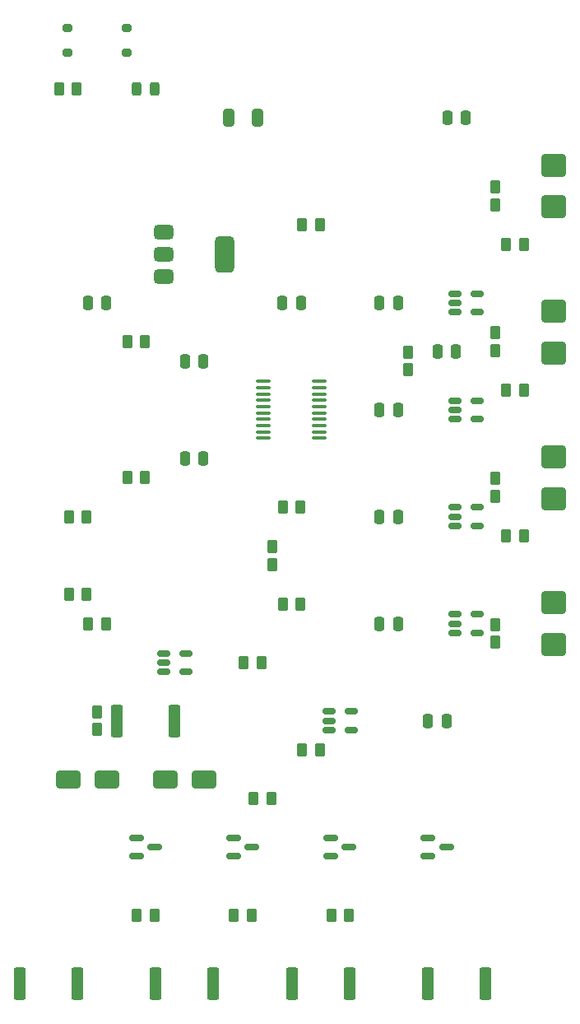
<source format=gtp>
%TF.GenerationSoftware,KiCad,Pcbnew,9.0.7*%
%TF.CreationDate,2026-01-18T22:31:57-08:00*%
%TF.ProjectId,softstart,736f6674-7374-4617-9274-2e6b69636164,B*%
%TF.SameCoordinates,Original*%
%TF.FileFunction,Paste,Top*%
%TF.FilePolarity,Positive*%
%FSLAX46Y46*%
G04 Gerber Fmt 4.6, Leading zero omitted, Abs format (unit mm)*
G04 Created by KiCad (PCBNEW 9.0.7) date 2026-01-18 22:31:57*
%MOMM*%
%LPD*%
G01*
G04 APERTURE LIST*
G04 Aperture macros list*
%AMRoundRect*
0 Rectangle with rounded corners*
0 $1 Rounding radius*
0 $2 $3 $4 $5 $6 $7 $8 $9 X,Y pos of 4 corners*
0 Add a 4 corners polygon primitive as box body*
4,1,4,$2,$3,$4,$5,$6,$7,$8,$9,$2,$3,0*
0 Add four circle primitives for the rounded corners*
1,1,$1+$1,$2,$3*
1,1,$1+$1,$4,$5*
1,1,$1+$1,$6,$7*
1,1,$1+$1,$8,$9*
0 Add four rect primitives between the rounded corners*
20,1,$1+$1,$2,$3,$4,$5,0*
20,1,$1+$1,$4,$5,$6,$7,0*
20,1,$1+$1,$6,$7,$8,$9,0*
20,1,$1+$1,$8,$9,$2,$3,0*%
G04 Aperture macros list end*
%ADD10RoundRect,0.250000X-0.250000X-0.475000X0.250000X-0.475000X0.250000X0.475000X-0.250000X0.475000X0*%
%ADD11RoundRect,0.250000X-0.325000X-0.650000X0.325000X-0.650000X0.325000X0.650000X-0.325000X0.650000X0*%
%ADD12RoundRect,0.250000X-1.000000X-0.900000X1.000000X-0.900000X1.000000X0.900000X-1.000000X0.900000X0*%
%ADD13RoundRect,0.200000X-0.300000X-0.200000X0.300000X-0.200000X0.300000X0.200000X-0.300000X0.200000X0*%
%ADD14RoundRect,0.250000X-1.000000X-0.650000X1.000000X-0.650000X1.000000X0.650000X-1.000000X0.650000X0*%
%ADD15RoundRect,0.243750X-0.243750X-0.456250X0.243750X-0.456250X0.243750X0.456250X-0.243750X0.456250X0*%
%ADD16RoundRect,0.150000X-0.587500X-0.150000X0.587500X-0.150000X0.587500X0.150000X-0.587500X0.150000X0*%
%ADD17RoundRect,0.250000X-0.262500X-0.450000X0.262500X-0.450000X0.262500X0.450000X-0.262500X0.450000X0*%
%ADD18RoundRect,0.250000X-0.362500X-1.425000X0.362500X-1.425000X0.362500X1.425000X-0.362500X1.425000X0*%
%ADD19RoundRect,0.100000X-0.637500X-0.100000X0.637500X-0.100000X0.637500X0.100000X-0.637500X0.100000X0*%
%ADD20RoundRect,0.150000X-0.512500X-0.150000X0.512500X-0.150000X0.512500X0.150000X-0.512500X0.150000X0*%
%ADD21RoundRect,0.375000X-0.625000X-0.375000X0.625000X-0.375000X0.625000X0.375000X-0.625000X0.375000X0*%
%ADD22RoundRect,0.500000X-0.500000X-1.400000X0.500000X-1.400000X0.500000X1.400000X-0.500000X1.400000X0*%
G04 APERTURE END LIST*
D10*
%TO.C,C1*%
X187550000Y-84000000D03*
X189450000Y-84000000D03*
%TD*%
%TO.C,C2*%
X207550000Y-84000000D03*
X209450000Y-84000000D03*
%TD*%
%TO.C,C3*%
X197550000Y-90000000D03*
X199450000Y-90000000D03*
%TD*%
%TO.C,C4*%
X197550000Y-100000000D03*
X199450000Y-100000000D03*
%TD*%
%TO.C,C5*%
X222550000Y-127000000D03*
X224450000Y-127000000D03*
%TD*%
D11*
%TO.C,C8*%
X202025000Y-65000000D03*
X204975000Y-65000000D03*
%TD*%
D10*
%TO.C,C9*%
X224550000Y-65000000D03*
X226450000Y-65000000D03*
%TD*%
%TO.C,C10*%
X217550000Y-84000000D03*
X219450000Y-84000000D03*
%TD*%
%TO.C,C11*%
X217550000Y-95000000D03*
X219450000Y-95000000D03*
%TD*%
%TO.C,C12*%
X217550000Y-106000000D03*
X219450000Y-106000000D03*
%TD*%
%TO.C,C13*%
X217550000Y-117000000D03*
X219450000Y-117000000D03*
%TD*%
%TO.C,C14*%
X223550000Y-89000000D03*
X225450000Y-89000000D03*
%TD*%
D12*
%TO.C,D1*%
X235500000Y-74150000D03*
X235500000Y-69850000D03*
%TD*%
%TO.C,D2*%
X235500000Y-89150000D03*
X235500000Y-84850000D03*
%TD*%
%TO.C,D3*%
X235500000Y-104150000D03*
X235500000Y-99850000D03*
%TD*%
%TO.C,D4*%
X235500000Y-119150000D03*
X235500000Y-114850000D03*
%TD*%
D13*
%TO.C,D5*%
X185425000Y-55730000D03*
X185425000Y-58270000D03*
X191575000Y-58270000D03*
X191575000Y-55730000D03*
%TD*%
D14*
%TO.C,D6*%
X185500000Y-133000000D03*
X189500000Y-133000000D03*
%TD*%
%TO.C,D7*%
X195500000Y-133000000D03*
X199500000Y-133000000D03*
%TD*%
D15*
%TO.C,D8*%
X192562500Y-62000000D03*
X194437500Y-62000000D03*
%TD*%
D16*
%TO.C,Q5*%
X192562500Y-139050000D03*
X192562500Y-140950000D03*
X194437500Y-140000000D03*
%TD*%
%TO.C,Q6*%
X202562500Y-139050000D03*
X202562500Y-140950000D03*
X204437500Y-140000000D03*
%TD*%
%TO.C,Q7*%
X212562500Y-139050000D03*
X212562500Y-140950000D03*
X214437500Y-140000000D03*
%TD*%
%TO.C,Q8*%
X222562500Y-139050000D03*
X222562500Y-140950000D03*
X224437500Y-140000000D03*
%TD*%
D17*
%TO.C,R1*%
X220500000Y-90912500D03*
X220500000Y-89087500D03*
%TD*%
%TO.C,R2*%
X185587500Y-106000000D03*
X187412500Y-106000000D03*
%TD*%
%TO.C,R3*%
X185587500Y-114000000D03*
X187412500Y-114000000D03*
%TD*%
%TO.C,R4*%
X206500000Y-110912500D03*
X206500000Y-109087500D03*
%TD*%
%TO.C,R5*%
X204587500Y-135000000D03*
X206412500Y-135000000D03*
%TD*%
%TO.C,R6*%
X187587500Y-117000000D03*
X189412500Y-117000000D03*
%TD*%
%TO.C,R7*%
X188500000Y-127912500D03*
X188500000Y-126087500D03*
%TD*%
%TO.C,R8*%
X230587500Y-78000000D03*
X232412500Y-78000000D03*
%TD*%
%TO.C,R9*%
X230587500Y-93000000D03*
X232412500Y-93000000D03*
%TD*%
%TO.C,R10*%
X230587500Y-108000000D03*
X232412500Y-108000000D03*
%TD*%
%TO.C,R11*%
X192587500Y-147000000D03*
X194412500Y-147000000D03*
%TD*%
%TO.C,R12*%
X202587500Y-147000000D03*
X204412500Y-147000000D03*
%TD*%
%TO.C,R13*%
X212587500Y-147000000D03*
X214412500Y-147000000D03*
%TD*%
%TO.C,R14*%
X209587500Y-76000000D03*
X211412500Y-76000000D03*
%TD*%
%TO.C,R15*%
X209587500Y-130000000D03*
X211412500Y-130000000D03*
%TD*%
D18*
%TO.C,R16*%
X180537500Y-154000000D03*
X186462500Y-154000000D03*
%TD*%
%TO.C,R17*%
X194537500Y-154000000D03*
X200462500Y-154000000D03*
%TD*%
D17*
%TO.C,R18*%
X191587500Y-88000000D03*
X193412500Y-88000000D03*
%TD*%
%TO.C,R19*%
X191587500Y-102000000D03*
X193412500Y-102000000D03*
%TD*%
%TO.C,R20*%
X203587500Y-121000000D03*
X205412500Y-121000000D03*
%TD*%
%TO.C,R21*%
X207587500Y-105000000D03*
X209412500Y-105000000D03*
%TD*%
%TO.C,R22*%
X207587500Y-115000000D03*
X209412500Y-115000000D03*
%TD*%
D18*
%TO.C,R23*%
X208537500Y-154000000D03*
X214462500Y-154000000D03*
%TD*%
%TO.C,R24*%
X222537500Y-154000000D03*
X228462500Y-154000000D03*
%TD*%
D17*
%TO.C,R25*%
X184587500Y-62000000D03*
X186412500Y-62000000D03*
%TD*%
%TO.C,R_GB1*%
X229500000Y-73912500D03*
X229500000Y-72087500D03*
%TD*%
%TO.C,R_GB2*%
X229500000Y-88912500D03*
X229500000Y-87087500D03*
%TD*%
%TO.C,R_GB3*%
X229500000Y-103912500D03*
X229500000Y-102087500D03*
%TD*%
%TO.C,R_GB4*%
X229500000Y-118912500D03*
X229500000Y-117087500D03*
%TD*%
D18*
%TO.C,R_SHUNT*%
X190537500Y-127000000D03*
X196462500Y-127000000D03*
%TD*%
D19*
%TO.C,U1*%
X205637500Y-92075000D03*
X205637500Y-92725000D03*
X205637500Y-93375000D03*
X205637500Y-94025000D03*
X205637500Y-94675000D03*
X205637500Y-95325000D03*
X205637500Y-95975000D03*
X205637500Y-96625000D03*
X205637500Y-97275000D03*
X205637500Y-97925000D03*
X211362500Y-97925000D03*
X211362500Y-97275000D03*
X211362500Y-96625000D03*
X211362500Y-95975000D03*
X211362500Y-95325000D03*
X211362500Y-94675000D03*
X211362500Y-94025000D03*
X211362500Y-93375000D03*
X211362500Y-92725000D03*
X211362500Y-92075000D03*
%TD*%
D20*
%TO.C,U2*%
X225362500Y-83050000D03*
X225362500Y-84000000D03*
X225362500Y-84950000D03*
X227637500Y-84950000D03*
X227637500Y-83050000D03*
%TD*%
%TO.C,U3*%
X225362500Y-94050000D03*
X225362500Y-95000000D03*
X225362500Y-95950000D03*
X227637500Y-95950000D03*
X227637500Y-94050000D03*
%TD*%
%TO.C,U4*%
X212362500Y-126050000D03*
X212362500Y-127000000D03*
X212362500Y-127950000D03*
X214637500Y-127950000D03*
X214637500Y-126050000D03*
%TD*%
%TO.C,U5*%
X195362500Y-120050000D03*
X195362500Y-121000000D03*
X195362500Y-121950000D03*
X197637500Y-121950000D03*
X197637500Y-120050000D03*
%TD*%
D21*
%TO.C,U8*%
X195350000Y-76700000D03*
X195350000Y-79000000D03*
D22*
X201650000Y-79000000D03*
D21*
X195350000Y-81300000D03*
%TD*%
D20*
%TO.C,U9*%
X225362500Y-105050000D03*
X225362500Y-106000000D03*
X225362500Y-106950000D03*
X227637500Y-106950000D03*
X227637500Y-105050000D03*
%TD*%
%TO.C,U10*%
X225362500Y-116050000D03*
X225362500Y-117000000D03*
X225362500Y-117950000D03*
X227637500Y-117950000D03*
X227637500Y-116050000D03*
%TD*%
M02*

</source>
